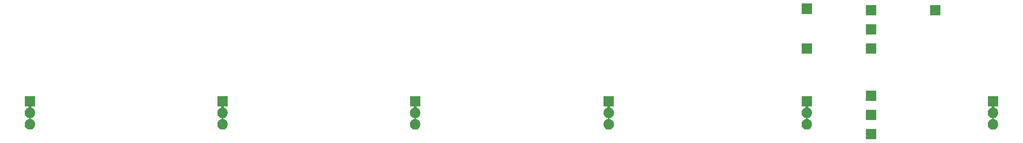
<source format=gbr>
G04 #@! TF.GenerationSoftware,KiCad,Pcbnew,(5.1.2)-2*
G04 #@! TF.CreationDate,2019-08-05T09:06:04-07:00*
G04 #@! TF.ProjectId,Blinkers,426c696e-6b65-4727-932e-6b696361645f,rev?*
G04 #@! TF.SameCoordinates,Original*
G04 #@! TF.FileFunction,Soldermask,Bot*
G04 #@! TF.FilePolarity,Negative*
%FSLAX46Y46*%
G04 Gerber Fmt 4.6, Leading zero omitted, Abs format (unit mm)*
G04 Created by KiCad (PCBNEW (5.1.2)-2) date 2019-08-05 09:06:04*
%MOMM*%
%LPD*%
G04 APERTURE LIST*
%ADD10C,0.100000*%
G04 APERTURE END LIST*
D10*
G36*
X229650000Y-120930000D02*
G01*
X227550000Y-120930000D01*
X227550000Y-118830000D01*
X229650000Y-118830000D01*
X229650000Y-120930000D01*
X229650000Y-120930000D01*
G37*
G36*
X216950000Y-114412000D02*
G01*
X216285267Y-114412000D01*
X216260881Y-114414402D01*
X216237432Y-114421515D01*
X216215821Y-114433066D01*
X216196879Y-114448611D01*
X216181334Y-114467553D01*
X216169783Y-114489164D01*
X216162670Y-114512613D01*
X216160268Y-114536999D01*
X216162670Y-114561385D01*
X216169783Y-114584834D01*
X216181334Y-114606445D01*
X216196879Y-114625387D01*
X216215821Y-114640932D01*
X216237432Y-114652483D01*
X216248977Y-114656614D01*
X216303762Y-114673233D01*
X216303764Y-114673234D01*
X216486170Y-114770732D01*
X216646055Y-114901945D01*
X216777268Y-115061830D01*
X216874766Y-115244235D01*
X216874767Y-115244238D01*
X216934807Y-115442164D01*
X216955080Y-115648000D01*
X216934807Y-115853836D01*
X216874767Y-116051762D01*
X216874766Y-116051765D01*
X216777268Y-116234170D01*
X216646055Y-116394055D01*
X216486170Y-116525268D01*
X216303765Y-116622766D01*
X216303762Y-116622767D01*
X216143489Y-116671385D01*
X216120855Y-116680761D01*
X216100481Y-116694374D01*
X216083154Y-116711701D01*
X216069540Y-116732076D01*
X216060163Y-116754714D01*
X216055382Y-116778748D01*
X216055382Y-116803252D01*
X216060162Y-116827285D01*
X216069540Y-116849924D01*
X216083153Y-116870298D01*
X216100480Y-116887625D01*
X216120855Y-116901239D01*
X216143489Y-116910615D01*
X216303762Y-116959233D01*
X216303765Y-116959234D01*
X216486170Y-117056732D01*
X216646055Y-117187945D01*
X216777268Y-117347830D01*
X216874766Y-117530235D01*
X216874767Y-117530238D01*
X216934807Y-117728164D01*
X216955080Y-117934000D01*
X216934807Y-118139836D01*
X216874767Y-118337762D01*
X216874766Y-118337765D01*
X216777268Y-118520170D01*
X216646055Y-118680055D01*
X216486170Y-118811268D01*
X216303765Y-118908766D01*
X216303762Y-118908767D01*
X216105836Y-118968807D01*
X216028707Y-118976403D01*
X215951580Y-118984000D01*
X215848420Y-118984000D01*
X215771293Y-118976403D01*
X215694164Y-118968807D01*
X215496238Y-118908767D01*
X215496235Y-118908766D01*
X215313830Y-118811268D01*
X215153945Y-118680055D01*
X215022732Y-118520170D01*
X214925234Y-118337765D01*
X214925233Y-118337762D01*
X214865193Y-118139836D01*
X214844920Y-117934000D01*
X214865193Y-117728164D01*
X214925233Y-117530238D01*
X214925234Y-117530235D01*
X215022732Y-117347830D01*
X215153945Y-117187945D01*
X215313830Y-117056732D01*
X215496235Y-116959234D01*
X215496238Y-116959233D01*
X215656511Y-116910615D01*
X215679145Y-116901239D01*
X215699519Y-116887626D01*
X215716846Y-116870299D01*
X215730460Y-116849924D01*
X215739837Y-116827286D01*
X215744618Y-116803252D01*
X215744618Y-116778748D01*
X215739838Y-116754715D01*
X215730460Y-116732076D01*
X215716847Y-116711702D01*
X215699520Y-116694375D01*
X215679145Y-116680761D01*
X215656511Y-116671385D01*
X215496238Y-116622767D01*
X215496235Y-116622766D01*
X215313830Y-116525268D01*
X215153945Y-116394055D01*
X215022732Y-116234170D01*
X214925234Y-116051765D01*
X214925233Y-116051762D01*
X214865193Y-115853836D01*
X214844920Y-115648000D01*
X214865193Y-115442164D01*
X214925233Y-115244238D01*
X214925234Y-115244235D01*
X215022732Y-115061830D01*
X215153945Y-114901945D01*
X215313830Y-114770732D01*
X215496236Y-114673234D01*
X215496238Y-114673233D01*
X215551020Y-114656615D01*
X215573657Y-114647238D01*
X215594031Y-114633625D01*
X215611358Y-114616298D01*
X215624972Y-114595923D01*
X215634350Y-114573284D01*
X215639130Y-114549251D01*
X215639130Y-114524747D01*
X215634350Y-114500714D01*
X215624972Y-114478075D01*
X215611359Y-114457701D01*
X215594032Y-114440374D01*
X215573657Y-114426760D01*
X215551018Y-114417382D01*
X215526985Y-114412602D01*
X215514733Y-114412000D01*
X214850000Y-114412000D01*
X214850000Y-112312000D01*
X216950000Y-112312000D01*
X216950000Y-114412000D01*
X216950000Y-114412000D01*
G37*
G36*
X63280000Y-114412000D02*
G01*
X62615267Y-114412000D01*
X62590881Y-114414402D01*
X62567432Y-114421515D01*
X62545821Y-114433066D01*
X62526879Y-114448611D01*
X62511334Y-114467553D01*
X62499783Y-114489164D01*
X62492670Y-114512613D01*
X62490268Y-114536999D01*
X62492670Y-114561385D01*
X62499783Y-114584834D01*
X62511334Y-114606445D01*
X62526879Y-114625387D01*
X62545821Y-114640932D01*
X62567432Y-114652483D01*
X62578977Y-114656614D01*
X62633762Y-114673233D01*
X62633764Y-114673234D01*
X62816170Y-114770732D01*
X62976055Y-114901945D01*
X63107268Y-115061830D01*
X63204766Y-115244235D01*
X63204767Y-115244238D01*
X63264807Y-115442164D01*
X63285080Y-115648000D01*
X63264807Y-115853836D01*
X63204767Y-116051762D01*
X63204766Y-116051765D01*
X63107268Y-116234170D01*
X62976055Y-116394055D01*
X62816170Y-116525268D01*
X62633765Y-116622766D01*
X62633762Y-116622767D01*
X62473489Y-116671385D01*
X62450855Y-116680761D01*
X62430481Y-116694374D01*
X62413154Y-116711701D01*
X62399540Y-116732076D01*
X62390163Y-116754714D01*
X62385382Y-116778748D01*
X62385382Y-116803252D01*
X62390162Y-116827285D01*
X62399540Y-116849924D01*
X62413153Y-116870298D01*
X62430480Y-116887625D01*
X62450855Y-116901239D01*
X62473489Y-116910615D01*
X62633762Y-116959233D01*
X62633765Y-116959234D01*
X62816170Y-117056732D01*
X62976055Y-117187945D01*
X63107268Y-117347830D01*
X63204766Y-117530235D01*
X63204767Y-117530238D01*
X63264807Y-117728164D01*
X63285080Y-117934000D01*
X63264807Y-118139836D01*
X63204767Y-118337762D01*
X63204766Y-118337765D01*
X63107268Y-118520170D01*
X62976055Y-118680055D01*
X62816170Y-118811268D01*
X62633765Y-118908766D01*
X62633762Y-118908767D01*
X62435836Y-118968807D01*
X62358707Y-118976403D01*
X62281580Y-118984000D01*
X62178420Y-118984000D01*
X62101293Y-118976403D01*
X62024164Y-118968807D01*
X61826238Y-118908767D01*
X61826235Y-118908766D01*
X61643830Y-118811268D01*
X61483945Y-118680055D01*
X61352732Y-118520170D01*
X61255234Y-118337765D01*
X61255233Y-118337762D01*
X61195193Y-118139836D01*
X61174920Y-117934000D01*
X61195193Y-117728164D01*
X61255233Y-117530238D01*
X61255234Y-117530235D01*
X61352732Y-117347830D01*
X61483945Y-117187945D01*
X61643830Y-117056732D01*
X61826235Y-116959234D01*
X61826238Y-116959233D01*
X61986511Y-116910615D01*
X62009145Y-116901239D01*
X62029519Y-116887626D01*
X62046846Y-116870299D01*
X62060460Y-116849924D01*
X62069837Y-116827286D01*
X62074618Y-116803252D01*
X62074618Y-116778748D01*
X62069838Y-116754715D01*
X62060460Y-116732076D01*
X62046847Y-116711702D01*
X62029520Y-116694375D01*
X62009145Y-116680761D01*
X61986511Y-116671385D01*
X61826238Y-116622767D01*
X61826235Y-116622766D01*
X61643830Y-116525268D01*
X61483945Y-116394055D01*
X61352732Y-116234170D01*
X61255234Y-116051765D01*
X61255233Y-116051762D01*
X61195193Y-115853836D01*
X61174920Y-115648000D01*
X61195193Y-115442164D01*
X61255233Y-115244238D01*
X61255234Y-115244235D01*
X61352732Y-115061830D01*
X61483945Y-114901945D01*
X61643830Y-114770732D01*
X61826236Y-114673234D01*
X61826238Y-114673233D01*
X61881020Y-114656615D01*
X61903657Y-114647238D01*
X61924031Y-114633625D01*
X61941358Y-114616298D01*
X61954972Y-114595923D01*
X61964350Y-114573284D01*
X61969130Y-114549251D01*
X61969130Y-114524747D01*
X61964350Y-114500714D01*
X61954972Y-114478075D01*
X61941359Y-114457701D01*
X61924032Y-114440374D01*
X61903657Y-114426760D01*
X61881018Y-114417382D01*
X61856985Y-114412602D01*
X61844733Y-114412000D01*
X61180000Y-114412000D01*
X61180000Y-112312000D01*
X63280000Y-112312000D01*
X63280000Y-114412000D01*
X63280000Y-114412000D01*
G37*
G36*
X101380000Y-114412000D02*
G01*
X100715267Y-114412000D01*
X100690881Y-114414402D01*
X100667432Y-114421515D01*
X100645821Y-114433066D01*
X100626879Y-114448611D01*
X100611334Y-114467553D01*
X100599783Y-114489164D01*
X100592670Y-114512613D01*
X100590268Y-114536999D01*
X100592670Y-114561385D01*
X100599783Y-114584834D01*
X100611334Y-114606445D01*
X100626879Y-114625387D01*
X100645821Y-114640932D01*
X100667432Y-114652483D01*
X100678977Y-114656614D01*
X100733762Y-114673233D01*
X100733764Y-114673234D01*
X100916170Y-114770732D01*
X101076055Y-114901945D01*
X101207268Y-115061830D01*
X101304766Y-115244235D01*
X101304767Y-115244238D01*
X101364807Y-115442164D01*
X101385080Y-115648000D01*
X101364807Y-115853836D01*
X101304767Y-116051762D01*
X101304766Y-116051765D01*
X101207268Y-116234170D01*
X101076055Y-116394055D01*
X100916170Y-116525268D01*
X100733765Y-116622766D01*
X100733762Y-116622767D01*
X100573489Y-116671385D01*
X100550855Y-116680761D01*
X100530481Y-116694374D01*
X100513154Y-116711701D01*
X100499540Y-116732076D01*
X100490163Y-116754714D01*
X100485382Y-116778748D01*
X100485382Y-116803252D01*
X100490162Y-116827285D01*
X100499540Y-116849924D01*
X100513153Y-116870298D01*
X100530480Y-116887625D01*
X100550855Y-116901239D01*
X100573489Y-116910615D01*
X100733762Y-116959233D01*
X100733765Y-116959234D01*
X100916170Y-117056732D01*
X101076055Y-117187945D01*
X101207268Y-117347830D01*
X101304766Y-117530235D01*
X101304767Y-117530238D01*
X101364807Y-117728164D01*
X101385080Y-117934000D01*
X101364807Y-118139836D01*
X101304767Y-118337762D01*
X101304766Y-118337765D01*
X101207268Y-118520170D01*
X101076055Y-118680055D01*
X100916170Y-118811268D01*
X100733765Y-118908766D01*
X100733762Y-118908767D01*
X100535836Y-118968807D01*
X100458707Y-118976403D01*
X100381580Y-118984000D01*
X100278420Y-118984000D01*
X100201293Y-118976403D01*
X100124164Y-118968807D01*
X99926238Y-118908767D01*
X99926235Y-118908766D01*
X99743830Y-118811268D01*
X99583945Y-118680055D01*
X99452732Y-118520170D01*
X99355234Y-118337765D01*
X99355233Y-118337762D01*
X99295193Y-118139836D01*
X99274920Y-117934000D01*
X99295193Y-117728164D01*
X99355233Y-117530238D01*
X99355234Y-117530235D01*
X99452732Y-117347830D01*
X99583945Y-117187945D01*
X99743830Y-117056732D01*
X99926235Y-116959234D01*
X99926238Y-116959233D01*
X100086511Y-116910615D01*
X100109145Y-116901239D01*
X100129519Y-116887626D01*
X100146846Y-116870299D01*
X100160460Y-116849924D01*
X100169837Y-116827286D01*
X100174618Y-116803252D01*
X100174618Y-116778748D01*
X100169838Y-116754715D01*
X100160460Y-116732076D01*
X100146847Y-116711702D01*
X100129520Y-116694375D01*
X100109145Y-116680761D01*
X100086511Y-116671385D01*
X99926238Y-116622767D01*
X99926235Y-116622766D01*
X99743830Y-116525268D01*
X99583945Y-116394055D01*
X99452732Y-116234170D01*
X99355234Y-116051765D01*
X99355233Y-116051762D01*
X99295193Y-115853836D01*
X99274920Y-115648000D01*
X99295193Y-115442164D01*
X99355233Y-115244238D01*
X99355234Y-115244235D01*
X99452732Y-115061830D01*
X99583945Y-114901945D01*
X99743830Y-114770732D01*
X99926236Y-114673234D01*
X99926238Y-114673233D01*
X99981020Y-114656615D01*
X100003657Y-114647238D01*
X100024031Y-114633625D01*
X100041358Y-114616298D01*
X100054972Y-114595923D01*
X100064350Y-114573284D01*
X100069130Y-114549251D01*
X100069130Y-114524747D01*
X100064350Y-114500714D01*
X100054972Y-114478075D01*
X100041359Y-114457701D01*
X100024032Y-114440374D01*
X100003657Y-114426760D01*
X99981018Y-114417382D01*
X99956985Y-114412602D01*
X99944733Y-114412000D01*
X99280000Y-114412000D01*
X99280000Y-112312000D01*
X101380000Y-112312000D01*
X101380000Y-114412000D01*
X101380000Y-114412000D01*
G37*
G36*
X139480000Y-114412000D02*
G01*
X138815267Y-114412000D01*
X138790881Y-114414402D01*
X138767432Y-114421515D01*
X138745821Y-114433066D01*
X138726879Y-114448611D01*
X138711334Y-114467553D01*
X138699783Y-114489164D01*
X138692670Y-114512613D01*
X138690268Y-114536999D01*
X138692670Y-114561385D01*
X138699783Y-114584834D01*
X138711334Y-114606445D01*
X138726879Y-114625387D01*
X138745821Y-114640932D01*
X138767432Y-114652483D01*
X138778977Y-114656614D01*
X138833762Y-114673233D01*
X138833764Y-114673234D01*
X139016170Y-114770732D01*
X139176055Y-114901945D01*
X139307268Y-115061830D01*
X139404766Y-115244235D01*
X139404767Y-115244238D01*
X139464807Y-115442164D01*
X139485080Y-115648000D01*
X139464807Y-115853836D01*
X139404767Y-116051762D01*
X139404766Y-116051765D01*
X139307268Y-116234170D01*
X139176055Y-116394055D01*
X139016170Y-116525268D01*
X138833765Y-116622766D01*
X138833762Y-116622767D01*
X138673489Y-116671385D01*
X138650855Y-116680761D01*
X138630481Y-116694374D01*
X138613154Y-116711701D01*
X138599540Y-116732076D01*
X138590163Y-116754714D01*
X138585382Y-116778748D01*
X138585382Y-116803252D01*
X138590162Y-116827285D01*
X138599540Y-116849924D01*
X138613153Y-116870298D01*
X138630480Y-116887625D01*
X138650855Y-116901239D01*
X138673489Y-116910615D01*
X138833762Y-116959233D01*
X138833765Y-116959234D01*
X139016170Y-117056732D01*
X139176055Y-117187945D01*
X139307268Y-117347830D01*
X139404766Y-117530235D01*
X139404767Y-117530238D01*
X139464807Y-117728164D01*
X139485080Y-117934000D01*
X139464807Y-118139836D01*
X139404767Y-118337762D01*
X139404766Y-118337765D01*
X139307268Y-118520170D01*
X139176055Y-118680055D01*
X139016170Y-118811268D01*
X138833765Y-118908766D01*
X138833762Y-118908767D01*
X138635836Y-118968807D01*
X138558707Y-118976403D01*
X138481580Y-118984000D01*
X138378420Y-118984000D01*
X138301293Y-118976403D01*
X138224164Y-118968807D01*
X138026238Y-118908767D01*
X138026235Y-118908766D01*
X137843830Y-118811268D01*
X137683945Y-118680055D01*
X137552732Y-118520170D01*
X137455234Y-118337765D01*
X137455233Y-118337762D01*
X137395193Y-118139836D01*
X137374920Y-117934000D01*
X137395193Y-117728164D01*
X137455233Y-117530238D01*
X137455234Y-117530235D01*
X137552732Y-117347830D01*
X137683945Y-117187945D01*
X137843830Y-117056732D01*
X138026235Y-116959234D01*
X138026238Y-116959233D01*
X138186511Y-116910615D01*
X138209145Y-116901239D01*
X138229519Y-116887626D01*
X138246846Y-116870299D01*
X138260460Y-116849924D01*
X138269837Y-116827286D01*
X138274618Y-116803252D01*
X138274618Y-116778748D01*
X138269838Y-116754715D01*
X138260460Y-116732076D01*
X138246847Y-116711702D01*
X138229520Y-116694375D01*
X138209145Y-116680761D01*
X138186511Y-116671385D01*
X138026238Y-116622767D01*
X138026235Y-116622766D01*
X137843830Y-116525268D01*
X137683945Y-116394055D01*
X137552732Y-116234170D01*
X137455234Y-116051765D01*
X137455233Y-116051762D01*
X137395193Y-115853836D01*
X137374920Y-115648000D01*
X137395193Y-115442164D01*
X137455233Y-115244238D01*
X137455234Y-115244235D01*
X137552732Y-115061830D01*
X137683945Y-114901945D01*
X137843830Y-114770732D01*
X138026236Y-114673234D01*
X138026238Y-114673233D01*
X138081020Y-114656615D01*
X138103657Y-114647238D01*
X138124031Y-114633625D01*
X138141358Y-114616298D01*
X138154972Y-114595923D01*
X138164350Y-114573284D01*
X138169130Y-114549251D01*
X138169130Y-114524747D01*
X138164350Y-114500714D01*
X138154972Y-114478075D01*
X138141359Y-114457701D01*
X138124032Y-114440374D01*
X138103657Y-114426760D01*
X138081018Y-114417382D01*
X138056985Y-114412602D01*
X138044733Y-114412000D01*
X137380000Y-114412000D01*
X137380000Y-112312000D01*
X139480000Y-112312000D01*
X139480000Y-114412000D01*
X139480000Y-114412000D01*
G37*
G36*
X177760000Y-114412000D02*
G01*
X177095267Y-114412000D01*
X177070881Y-114414402D01*
X177047432Y-114421515D01*
X177025821Y-114433066D01*
X177006879Y-114448611D01*
X176991334Y-114467553D01*
X176979783Y-114489164D01*
X176972670Y-114512613D01*
X176970268Y-114536999D01*
X176972670Y-114561385D01*
X176979783Y-114584834D01*
X176991334Y-114606445D01*
X177006879Y-114625387D01*
X177025821Y-114640932D01*
X177047432Y-114652483D01*
X177058977Y-114656614D01*
X177113762Y-114673233D01*
X177113764Y-114673234D01*
X177296170Y-114770732D01*
X177456055Y-114901945D01*
X177587268Y-115061830D01*
X177684766Y-115244235D01*
X177684767Y-115244238D01*
X177744807Y-115442164D01*
X177765080Y-115648000D01*
X177744807Y-115853836D01*
X177684767Y-116051762D01*
X177684766Y-116051765D01*
X177587268Y-116234170D01*
X177456055Y-116394055D01*
X177296170Y-116525268D01*
X177113765Y-116622766D01*
X177113762Y-116622767D01*
X176953489Y-116671385D01*
X176930855Y-116680761D01*
X176910481Y-116694374D01*
X176893154Y-116711701D01*
X176879540Y-116732076D01*
X176870163Y-116754714D01*
X176865382Y-116778748D01*
X176865382Y-116803252D01*
X176870162Y-116827285D01*
X176879540Y-116849924D01*
X176893153Y-116870298D01*
X176910480Y-116887625D01*
X176930855Y-116901239D01*
X176953489Y-116910615D01*
X177113762Y-116959233D01*
X177113765Y-116959234D01*
X177296170Y-117056732D01*
X177456055Y-117187945D01*
X177587268Y-117347830D01*
X177684766Y-117530235D01*
X177684767Y-117530238D01*
X177744807Y-117728164D01*
X177765080Y-117934000D01*
X177744807Y-118139836D01*
X177684767Y-118337762D01*
X177684766Y-118337765D01*
X177587268Y-118520170D01*
X177456055Y-118680055D01*
X177296170Y-118811268D01*
X177113765Y-118908766D01*
X177113762Y-118908767D01*
X176915836Y-118968807D01*
X176838707Y-118976403D01*
X176761580Y-118984000D01*
X176658420Y-118984000D01*
X176581293Y-118976403D01*
X176504164Y-118968807D01*
X176306238Y-118908767D01*
X176306235Y-118908766D01*
X176123830Y-118811268D01*
X175963945Y-118680055D01*
X175832732Y-118520170D01*
X175735234Y-118337765D01*
X175735233Y-118337762D01*
X175675193Y-118139836D01*
X175654920Y-117934000D01*
X175675193Y-117728164D01*
X175735233Y-117530238D01*
X175735234Y-117530235D01*
X175832732Y-117347830D01*
X175963945Y-117187945D01*
X176123830Y-117056732D01*
X176306235Y-116959234D01*
X176306238Y-116959233D01*
X176466511Y-116910615D01*
X176489145Y-116901239D01*
X176509519Y-116887626D01*
X176526846Y-116870299D01*
X176540460Y-116849924D01*
X176549837Y-116827286D01*
X176554618Y-116803252D01*
X176554618Y-116778748D01*
X176549838Y-116754715D01*
X176540460Y-116732076D01*
X176526847Y-116711702D01*
X176509520Y-116694375D01*
X176489145Y-116680761D01*
X176466511Y-116671385D01*
X176306238Y-116622767D01*
X176306235Y-116622766D01*
X176123830Y-116525268D01*
X175963945Y-116394055D01*
X175832732Y-116234170D01*
X175735234Y-116051765D01*
X175735233Y-116051762D01*
X175675193Y-115853836D01*
X175654920Y-115648000D01*
X175675193Y-115442164D01*
X175735233Y-115244238D01*
X175735234Y-115244235D01*
X175832732Y-115061830D01*
X175963945Y-114901945D01*
X176123830Y-114770732D01*
X176306236Y-114673234D01*
X176306238Y-114673233D01*
X176361020Y-114656615D01*
X176383657Y-114647238D01*
X176404031Y-114633625D01*
X176421358Y-114616298D01*
X176434972Y-114595923D01*
X176444350Y-114573284D01*
X176449130Y-114549251D01*
X176449130Y-114524747D01*
X176444350Y-114500714D01*
X176434972Y-114478075D01*
X176421359Y-114457701D01*
X176404032Y-114440374D01*
X176383657Y-114426760D01*
X176361018Y-114417382D01*
X176336985Y-114412602D01*
X176324733Y-114412000D01*
X175660000Y-114412000D01*
X175660000Y-112312000D01*
X177760000Y-112312000D01*
X177760000Y-114412000D01*
X177760000Y-114412000D01*
G37*
G36*
X253780000Y-114412000D02*
G01*
X253115267Y-114412000D01*
X253090881Y-114414402D01*
X253067432Y-114421515D01*
X253045821Y-114433066D01*
X253026879Y-114448611D01*
X253011334Y-114467553D01*
X252999783Y-114489164D01*
X252992670Y-114512613D01*
X252990268Y-114536999D01*
X252992670Y-114561385D01*
X252999783Y-114584834D01*
X253011334Y-114606445D01*
X253026879Y-114625387D01*
X253045821Y-114640932D01*
X253067432Y-114652483D01*
X253078977Y-114656614D01*
X253133762Y-114673233D01*
X253133764Y-114673234D01*
X253316170Y-114770732D01*
X253476055Y-114901945D01*
X253607268Y-115061830D01*
X253704766Y-115244235D01*
X253704767Y-115244238D01*
X253764807Y-115442164D01*
X253785080Y-115648000D01*
X253764807Y-115853836D01*
X253704767Y-116051762D01*
X253704766Y-116051765D01*
X253607268Y-116234170D01*
X253476055Y-116394055D01*
X253316170Y-116525268D01*
X253133765Y-116622766D01*
X253133762Y-116622767D01*
X252973489Y-116671385D01*
X252950855Y-116680761D01*
X252930481Y-116694374D01*
X252913154Y-116711701D01*
X252899540Y-116732076D01*
X252890163Y-116754714D01*
X252885382Y-116778748D01*
X252885382Y-116803252D01*
X252890162Y-116827285D01*
X252899540Y-116849924D01*
X252913153Y-116870298D01*
X252930480Y-116887625D01*
X252950855Y-116901239D01*
X252973489Y-116910615D01*
X253133762Y-116959233D01*
X253133765Y-116959234D01*
X253316170Y-117056732D01*
X253476055Y-117187945D01*
X253607268Y-117347830D01*
X253704766Y-117530235D01*
X253704767Y-117530238D01*
X253764807Y-117728164D01*
X253785080Y-117934000D01*
X253764807Y-118139836D01*
X253704767Y-118337762D01*
X253704766Y-118337765D01*
X253607268Y-118520170D01*
X253476055Y-118680055D01*
X253316170Y-118811268D01*
X253133765Y-118908766D01*
X253133762Y-118908767D01*
X252935836Y-118968807D01*
X252858707Y-118976403D01*
X252781580Y-118984000D01*
X252678420Y-118984000D01*
X252601293Y-118976403D01*
X252524164Y-118968807D01*
X252326238Y-118908767D01*
X252326235Y-118908766D01*
X252143830Y-118811268D01*
X251983945Y-118680055D01*
X251852732Y-118520170D01*
X251755234Y-118337765D01*
X251755233Y-118337762D01*
X251695193Y-118139836D01*
X251674920Y-117934000D01*
X251695193Y-117728164D01*
X251755233Y-117530238D01*
X251755234Y-117530235D01*
X251852732Y-117347830D01*
X251983945Y-117187945D01*
X252143830Y-117056732D01*
X252326235Y-116959234D01*
X252326238Y-116959233D01*
X252486511Y-116910615D01*
X252509145Y-116901239D01*
X252529519Y-116887626D01*
X252546846Y-116870299D01*
X252560460Y-116849924D01*
X252569837Y-116827286D01*
X252574618Y-116803252D01*
X252574618Y-116778748D01*
X252569838Y-116754715D01*
X252560460Y-116732076D01*
X252546847Y-116711702D01*
X252529520Y-116694375D01*
X252509145Y-116680761D01*
X252486511Y-116671385D01*
X252326238Y-116622767D01*
X252326235Y-116622766D01*
X252143830Y-116525268D01*
X251983945Y-116394055D01*
X251852732Y-116234170D01*
X251755234Y-116051765D01*
X251755233Y-116051762D01*
X251695193Y-115853836D01*
X251674920Y-115648000D01*
X251695193Y-115442164D01*
X251755233Y-115244238D01*
X251755234Y-115244235D01*
X251852732Y-115061830D01*
X251983945Y-114901945D01*
X252143830Y-114770732D01*
X252326236Y-114673234D01*
X252326238Y-114673233D01*
X252381020Y-114656615D01*
X252403657Y-114647238D01*
X252424031Y-114633625D01*
X252441358Y-114616298D01*
X252454972Y-114595923D01*
X252464350Y-114573284D01*
X252469130Y-114549251D01*
X252469130Y-114524747D01*
X252464350Y-114500714D01*
X252454972Y-114478075D01*
X252441359Y-114457701D01*
X252424032Y-114440374D01*
X252403657Y-114426760D01*
X252381018Y-114417382D01*
X252356985Y-114412602D01*
X252344733Y-114412000D01*
X251680000Y-114412000D01*
X251680000Y-112312000D01*
X253780000Y-112312000D01*
X253780000Y-114412000D01*
X253780000Y-114412000D01*
G37*
G36*
X229650000Y-117120000D02*
G01*
X227550000Y-117120000D01*
X227550000Y-115020000D01*
X229650000Y-115020000D01*
X229650000Y-117120000D01*
X229650000Y-117120000D01*
G37*
G36*
X229650000Y-113310000D02*
G01*
X227550000Y-113310000D01*
X227550000Y-111210000D01*
X229650000Y-111210000D01*
X229650000Y-113310000D01*
X229650000Y-113310000D01*
G37*
G36*
X229650000Y-103920000D02*
G01*
X227550000Y-103920000D01*
X227550000Y-101820000D01*
X229650000Y-101820000D01*
X229650000Y-103920000D01*
X229650000Y-103920000D01*
G37*
G36*
X216950000Y-103920000D02*
G01*
X214850000Y-103920000D01*
X214850000Y-101820000D01*
X216950000Y-101820000D01*
X216950000Y-103920000D01*
X216950000Y-103920000D01*
G37*
G36*
X229650000Y-100110000D02*
G01*
X227550000Y-100110000D01*
X227550000Y-98010000D01*
X229650000Y-98010000D01*
X229650000Y-100110000D01*
X229650000Y-100110000D01*
G37*
G36*
X229650000Y-96300000D02*
G01*
X227550000Y-96300000D01*
X227550000Y-94200000D01*
X229650000Y-94200000D01*
X229650000Y-96300000D01*
X229650000Y-96300000D01*
G37*
G36*
X242350000Y-96300000D02*
G01*
X240250000Y-96300000D01*
X240250000Y-94200000D01*
X242350000Y-94200000D01*
X242350000Y-96300000D01*
X242350000Y-96300000D01*
G37*
G36*
X216950000Y-96000000D02*
G01*
X214850000Y-96000000D01*
X214850000Y-93900000D01*
X216950000Y-93900000D01*
X216950000Y-96000000D01*
X216950000Y-96000000D01*
G37*
M02*

</source>
